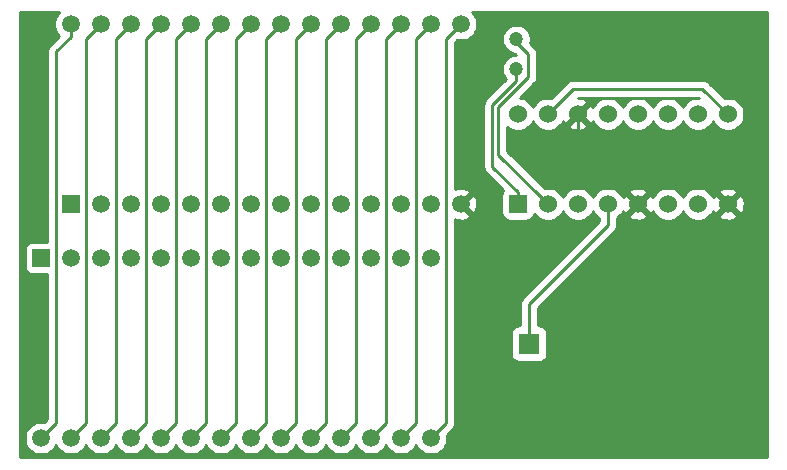
<source format=gbr>
G04 #@! TF.GenerationSoftware,KiCad,Pcbnew,(5.1.4-0-10_14)*
G04 #@! TF.CreationDate,2020-02-03T15:06:25+11:00*
G04 #@! TF.ProjectId,SmartWatch+,536d6172-7457-4617-9463-682b2e6b6963,rev?*
G04 #@! TF.SameCoordinates,Original*
G04 #@! TF.FileFunction,Copper,L2,Bot*
G04 #@! TF.FilePolarity,Positive*
%FSLAX46Y46*%
G04 Gerber Fmt 4.6, Leading zero omitted, Abs format (unit mm)*
G04 Created by KiCad (PCBNEW (5.1.4-0-10_14)) date 2020-02-03 15:06:25*
%MOMM*%
%LPD*%
G04 APERTURE LIST*
%ADD10R,1.500000X1.500000*%
%ADD11C,1.500000*%
%ADD12R,1.524000X1.524000*%
%ADD13C,1.524000*%
%ADD14C,1.200000*%
%ADD15C,1.800000*%
%ADD16R,1.800000X1.800000*%
%ADD17C,0.250000*%
%ADD18C,0.254000*%
G04 APERTURE END LIST*
D10*
X24130000Y-43434000D03*
D11*
X26670000Y-43434000D03*
X29210000Y-43434000D03*
X31750000Y-43434000D03*
X34290000Y-43434000D03*
X36830000Y-43434000D03*
X39370000Y-43434000D03*
X41910000Y-43434000D03*
X44450000Y-43434000D03*
X46990000Y-43434000D03*
X49530000Y-43434000D03*
X52070000Y-43434000D03*
X54610000Y-43434000D03*
X57150000Y-43434000D03*
X57150000Y-58674000D03*
X54610000Y-58674000D03*
X52070000Y-58674000D03*
X49530000Y-58674000D03*
X46990000Y-58674000D03*
X44450000Y-58674000D03*
X41910000Y-58674000D03*
X39370000Y-58674000D03*
X36830000Y-58674000D03*
X34290000Y-58674000D03*
X31750000Y-58674000D03*
X29210000Y-58674000D03*
X26670000Y-58674000D03*
X24130000Y-58674000D03*
D10*
X26657300Y-38862000D03*
D11*
X29197300Y-38862000D03*
X31737300Y-38862000D03*
X34277300Y-38862000D03*
X36817300Y-38862000D03*
X39357300Y-38862000D03*
X41897300Y-38862000D03*
X44437300Y-38862000D03*
X46977300Y-38862000D03*
X49517300Y-38862000D03*
X52057300Y-38862000D03*
X54597300Y-38862000D03*
X57137300Y-38862000D03*
X59677300Y-38862000D03*
X59677300Y-23622000D03*
X57137300Y-23622000D03*
X54597300Y-23622000D03*
X52057300Y-23622000D03*
X49517300Y-23622000D03*
X46977300Y-23622000D03*
X44437300Y-23622000D03*
X41897300Y-23622000D03*
X39357300Y-23622000D03*
X36817300Y-23622000D03*
X34277300Y-23622000D03*
X31737300Y-23622000D03*
X29197300Y-23622000D03*
X26657300Y-23622000D03*
D12*
X64516000Y-38862000D03*
D13*
X67056000Y-38862000D03*
X69596000Y-38862000D03*
X72136000Y-38862000D03*
X74676000Y-38862000D03*
X77216000Y-38862000D03*
X79756000Y-38862000D03*
X82296000Y-38862000D03*
X82296000Y-31242000D03*
X79756000Y-31242000D03*
X77216000Y-31242000D03*
X74676000Y-31242000D03*
X72136000Y-31242000D03*
X69596000Y-31242000D03*
X67056000Y-31242000D03*
X64516000Y-31242000D03*
D14*
X64389000Y-27432000D03*
X64389000Y-24892000D03*
D15*
X82117000Y-50673000D03*
D16*
X65457000Y-50673000D03*
D17*
X62357000Y-30480000D02*
X62357000Y-35691000D01*
X64516000Y-37850000D02*
X64516000Y-38862000D01*
X62357000Y-35691000D02*
X64516000Y-37850000D01*
X64389000Y-28448000D02*
X62357000Y-30480000D01*
X64389000Y-27715408D02*
X64389000Y-28448000D01*
X64247296Y-27573704D02*
X64389000Y-27715408D01*
X67056000Y-38862000D02*
X65968999Y-37774999D01*
X62865000Y-34671000D02*
X67056000Y-38862000D01*
X65405000Y-28068410D02*
X62865000Y-30608410D01*
X65405000Y-26162000D02*
X65405000Y-28068410D01*
X64389000Y-25146000D02*
X65405000Y-26162000D01*
X62865000Y-30608410D02*
X62865000Y-34671000D01*
X64389000Y-24892000D02*
X64389000Y-25146000D01*
X69596000Y-33782000D02*
X74676000Y-38862000D01*
X69596000Y-31242000D02*
X69596000Y-33782000D01*
X72136000Y-40640000D02*
X72136000Y-38862000D01*
X65457000Y-47319000D02*
X72136000Y-40640000D01*
X65457000Y-50673000D02*
X65457000Y-47319000D01*
X68508999Y-29789001D02*
X67056000Y-31242000D01*
X69215000Y-29083000D02*
X68508999Y-29789001D01*
X80137000Y-29083000D02*
X69215000Y-29083000D01*
X82296000Y-31242000D02*
X80137000Y-29083000D01*
X57899999Y-57924001D02*
X57150000Y-58674000D01*
X58420000Y-57404000D02*
X57899999Y-57924001D01*
X58420000Y-24879300D02*
X58420000Y-57404000D01*
X59677300Y-23622000D02*
X58420000Y-24879300D01*
X55359999Y-57924001D02*
X54610000Y-58674000D01*
X55880000Y-57404000D02*
X55359999Y-57924001D01*
X55880000Y-24879300D02*
X55880000Y-57404000D01*
X57137300Y-23622000D02*
X55880000Y-24879300D01*
X52819999Y-57924001D02*
X52070000Y-58674000D01*
X53340000Y-57404000D02*
X52819999Y-57924001D01*
X53340000Y-24879300D02*
X53340000Y-57404000D01*
X54597300Y-23622000D02*
X53340000Y-24879300D01*
X50279999Y-57924001D02*
X49530000Y-58674000D01*
X50800000Y-24879300D02*
X50800000Y-57404000D01*
X50800000Y-57404000D02*
X50279999Y-57924001D01*
X52057300Y-23622000D02*
X50800000Y-24879300D01*
X47739999Y-57924001D02*
X46990000Y-58674000D01*
X48260000Y-57404000D02*
X47739999Y-57924001D01*
X48260000Y-24879300D02*
X48260000Y-57404000D01*
X49517300Y-23622000D02*
X48260000Y-24879300D01*
X45199999Y-57924001D02*
X44450000Y-58674000D01*
X45720000Y-57404000D02*
X45199999Y-57924001D01*
X45720000Y-24879300D02*
X45720000Y-57404000D01*
X46977300Y-23622000D02*
X45720000Y-24879300D01*
X43180000Y-57404000D02*
X42659999Y-57924001D01*
X42659999Y-57924001D02*
X41910000Y-58674000D01*
X43180000Y-24879300D02*
X43180000Y-57404000D01*
X44437300Y-23622000D02*
X43180000Y-24879300D01*
X40119999Y-57924001D02*
X39370000Y-58674000D01*
X40640000Y-57404000D02*
X40119999Y-57924001D01*
X40640000Y-24879300D02*
X40640000Y-57404000D01*
X41897300Y-23622000D02*
X40640000Y-24879300D01*
X37579999Y-57924001D02*
X36830000Y-58674000D01*
X38100000Y-57404000D02*
X37579999Y-57924001D01*
X38100000Y-24879300D02*
X38100000Y-57404000D01*
X39357300Y-23622000D02*
X38100000Y-24879300D01*
X35039999Y-57924001D02*
X34290000Y-58674000D01*
X35560000Y-57404000D02*
X35039999Y-57924001D01*
X35560000Y-24879300D02*
X35560000Y-57404000D01*
X36817300Y-23622000D02*
X35560000Y-24879300D01*
X33020000Y-24879300D02*
X33020000Y-57404000D01*
X32499999Y-57924001D02*
X31750000Y-58674000D01*
X33020000Y-57404000D02*
X32499999Y-57924001D01*
X34277300Y-23622000D02*
X33020000Y-24879300D01*
X29959999Y-57924001D02*
X29210000Y-58674000D01*
X30480000Y-24879300D02*
X30480000Y-57404000D01*
X30480000Y-57404000D02*
X29959999Y-57924001D01*
X31737300Y-23622000D02*
X30480000Y-24879300D01*
X27419999Y-57924001D02*
X26670000Y-58674000D01*
X27940000Y-57404000D02*
X27419999Y-57924001D01*
X27940000Y-24879300D02*
X27940000Y-57404000D01*
X29197300Y-23622000D02*
X27940000Y-24879300D01*
X24879999Y-57924001D02*
X24130000Y-58674000D01*
X25400000Y-25939960D02*
X25400000Y-57404000D01*
X26657300Y-24682660D02*
X25400000Y-25939960D01*
X25400000Y-57404000D02*
X24879999Y-57924001D01*
X26657300Y-23622000D02*
X26657300Y-24682660D01*
D18*
G36*
X25581501Y-22739114D02*
G01*
X25429929Y-22965957D01*
X25325525Y-23218011D01*
X25272300Y-23485589D01*
X25272300Y-23758411D01*
X25325525Y-24025989D01*
X25429929Y-24278043D01*
X25581501Y-24504886D01*
X25670887Y-24594272D01*
X24889003Y-25376156D01*
X24859999Y-25399959D01*
X24821938Y-25446337D01*
X24765026Y-25515684D01*
X24758964Y-25527026D01*
X24694454Y-25647714D01*
X24650997Y-25790975D01*
X24640000Y-25902628D01*
X24640000Y-25902638D01*
X24636324Y-25939960D01*
X24640000Y-25977282D01*
X24640001Y-42045928D01*
X23380000Y-42045928D01*
X23255518Y-42058188D01*
X23135820Y-42094498D01*
X23025506Y-42153463D01*
X22928815Y-42232815D01*
X22849463Y-42329506D01*
X22790498Y-42439820D01*
X22754188Y-42559518D01*
X22741928Y-42684000D01*
X22741928Y-44184000D01*
X22754188Y-44308482D01*
X22790498Y-44428180D01*
X22849463Y-44538494D01*
X22928815Y-44635185D01*
X23025506Y-44714537D01*
X23135820Y-44773502D01*
X23255518Y-44809812D01*
X23380000Y-44822072D01*
X24640001Y-44822072D01*
X24640001Y-57089197D01*
X24411365Y-57317833D01*
X24266411Y-57289000D01*
X23993589Y-57289000D01*
X23726011Y-57342225D01*
X23473957Y-57446629D01*
X23247114Y-57598201D01*
X23054201Y-57791114D01*
X22902629Y-58017957D01*
X22798225Y-58270011D01*
X22745000Y-58537589D01*
X22745000Y-58810411D01*
X22798225Y-59077989D01*
X22902629Y-59330043D01*
X23054201Y-59556886D01*
X23247114Y-59749799D01*
X23473957Y-59901371D01*
X23726011Y-60005775D01*
X23993589Y-60059000D01*
X24266411Y-60059000D01*
X24533989Y-60005775D01*
X24786043Y-59901371D01*
X25012886Y-59749799D01*
X25205799Y-59556886D01*
X25357371Y-59330043D01*
X25400000Y-59227127D01*
X25442629Y-59330043D01*
X25594201Y-59556886D01*
X25787114Y-59749799D01*
X26013957Y-59901371D01*
X26266011Y-60005775D01*
X26533589Y-60059000D01*
X26806411Y-60059000D01*
X27073989Y-60005775D01*
X27326043Y-59901371D01*
X27552886Y-59749799D01*
X27745799Y-59556886D01*
X27897371Y-59330043D01*
X27940000Y-59227127D01*
X27982629Y-59330043D01*
X28134201Y-59556886D01*
X28327114Y-59749799D01*
X28553957Y-59901371D01*
X28806011Y-60005775D01*
X29073589Y-60059000D01*
X29346411Y-60059000D01*
X29613989Y-60005775D01*
X29866043Y-59901371D01*
X30092886Y-59749799D01*
X30285799Y-59556886D01*
X30437371Y-59330043D01*
X30480000Y-59227127D01*
X30522629Y-59330043D01*
X30674201Y-59556886D01*
X30867114Y-59749799D01*
X31093957Y-59901371D01*
X31346011Y-60005775D01*
X31613589Y-60059000D01*
X31886411Y-60059000D01*
X32153989Y-60005775D01*
X32406043Y-59901371D01*
X32632886Y-59749799D01*
X32825799Y-59556886D01*
X32977371Y-59330043D01*
X33020000Y-59227127D01*
X33062629Y-59330043D01*
X33214201Y-59556886D01*
X33407114Y-59749799D01*
X33633957Y-59901371D01*
X33886011Y-60005775D01*
X34153589Y-60059000D01*
X34426411Y-60059000D01*
X34693989Y-60005775D01*
X34946043Y-59901371D01*
X35172886Y-59749799D01*
X35365799Y-59556886D01*
X35517371Y-59330043D01*
X35560000Y-59227127D01*
X35602629Y-59330043D01*
X35754201Y-59556886D01*
X35947114Y-59749799D01*
X36173957Y-59901371D01*
X36426011Y-60005775D01*
X36693589Y-60059000D01*
X36966411Y-60059000D01*
X37233989Y-60005775D01*
X37486043Y-59901371D01*
X37712886Y-59749799D01*
X37905799Y-59556886D01*
X38057371Y-59330043D01*
X38100000Y-59227127D01*
X38142629Y-59330043D01*
X38294201Y-59556886D01*
X38487114Y-59749799D01*
X38713957Y-59901371D01*
X38966011Y-60005775D01*
X39233589Y-60059000D01*
X39506411Y-60059000D01*
X39773989Y-60005775D01*
X40026043Y-59901371D01*
X40252886Y-59749799D01*
X40445799Y-59556886D01*
X40597371Y-59330043D01*
X40640000Y-59227127D01*
X40682629Y-59330043D01*
X40834201Y-59556886D01*
X41027114Y-59749799D01*
X41253957Y-59901371D01*
X41506011Y-60005775D01*
X41773589Y-60059000D01*
X42046411Y-60059000D01*
X42313989Y-60005775D01*
X42566043Y-59901371D01*
X42792886Y-59749799D01*
X42985799Y-59556886D01*
X43137371Y-59330043D01*
X43180000Y-59227127D01*
X43222629Y-59330043D01*
X43374201Y-59556886D01*
X43567114Y-59749799D01*
X43793957Y-59901371D01*
X44046011Y-60005775D01*
X44313589Y-60059000D01*
X44586411Y-60059000D01*
X44853989Y-60005775D01*
X45106043Y-59901371D01*
X45332886Y-59749799D01*
X45525799Y-59556886D01*
X45677371Y-59330043D01*
X45720000Y-59227127D01*
X45762629Y-59330043D01*
X45914201Y-59556886D01*
X46107114Y-59749799D01*
X46333957Y-59901371D01*
X46586011Y-60005775D01*
X46853589Y-60059000D01*
X47126411Y-60059000D01*
X47393989Y-60005775D01*
X47646043Y-59901371D01*
X47872886Y-59749799D01*
X48065799Y-59556886D01*
X48217371Y-59330043D01*
X48260000Y-59227127D01*
X48302629Y-59330043D01*
X48454201Y-59556886D01*
X48647114Y-59749799D01*
X48873957Y-59901371D01*
X49126011Y-60005775D01*
X49393589Y-60059000D01*
X49666411Y-60059000D01*
X49933989Y-60005775D01*
X50186043Y-59901371D01*
X50412886Y-59749799D01*
X50605799Y-59556886D01*
X50757371Y-59330043D01*
X50800000Y-59227127D01*
X50842629Y-59330043D01*
X50994201Y-59556886D01*
X51187114Y-59749799D01*
X51413957Y-59901371D01*
X51666011Y-60005775D01*
X51933589Y-60059000D01*
X52206411Y-60059000D01*
X52473989Y-60005775D01*
X52726043Y-59901371D01*
X52952886Y-59749799D01*
X53145799Y-59556886D01*
X53297371Y-59330043D01*
X53340000Y-59227127D01*
X53382629Y-59330043D01*
X53534201Y-59556886D01*
X53727114Y-59749799D01*
X53953957Y-59901371D01*
X54206011Y-60005775D01*
X54473589Y-60059000D01*
X54746411Y-60059000D01*
X55013989Y-60005775D01*
X55266043Y-59901371D01*
X55492886Y-59749799D01*
X55685799Y-59556886D01*
X55837371Y-59330043D01*
X55880000Y-59227127D01*
X55922629Y-59330043D01*
X56074201Y-59556886D01*
X56267114Y-59749799D01*
X56493957Y-59901371D01*
X56746011Y-60005775D01*
X57013589Y-60059000D01*
X57286411Y-60059000D01*
X57553989Y-60005775D01*
X57806043Y-59901371D01*
X58032886Y-59749799D01*
X58225799Y-59556886D01*
X58377371Y-59330043D01*
X58481775Y-59077989D01*
X58535000Y-58810411D01*
X58535000Y-58537589D01*
X58506167Y-58392635D01*
X58931007Y-57967795D01*
X58960001Y-57944001D01*
X58983795Y-57915008D01*
X58983799Y-57915004D01*
X59054973Y-57828277D01*
X59054974Y-57828276D01*
X59125546Y-57696247D01*
X59169003Y-57552986D01*
X59180000Y-57441333D01*
X59180000Y-57441324D01*
X59183676Y-57404001D01*
X59180000Y-57366678D01*
X59180000Y-40158548D01*
X59212416Y-40173760D01*
X59477260Y-40239250D01*
X59749792Y-40251812D01*
X60019538Y-40210965D01*
X60276132Y-40118277D01*
X60389163Y-40057860D01*
X60454688Y-39818993D01*
X59677300Y-39041605D01*
X59663158Y-39055748D01*
X59483553Y-38876143D01*
X59497695Y-38862000D01*
X59856905Y-38862000D01*
X60634293Y-39639388D01*
X60873160Y-39573863D01*
X60989060Y-39326884D01*
X61054550Y-39062040D01*
X61067112Y-38789508D01*
X61026265Y-38519762D01*
X60933577Y-38263168D01*
X60873160Y-38150137D01*
X60634293Y-38084612D01*
X59856905Y-38862000D01*
X59497695Y-38862000D01*
X59483553Y-38847858D01*
X59663158Y-38668253D01*
X59677300Y-38682395D01*
X60454688Y-37905007D01*
X60389163Y-37666140D01*
X60142184Y-37550240D01*
X59877340Y-37484750D01*
X59604808Y-37472188D01*
X59335062Y-37513035D01*
X59180000Y-37569047D01*
X59180000Y-30480000D01*
X61593324Y-30480000D01*
X61597000Y-30517323D01*
X61597001Y-35653668D01*
X61593324Y-35691000D01*
X61607998Y-35839985D01*
X61651454Y-35983246D01*
X61722026Y-36115276D01*
X61793201Y-36202002D01*
X61817000Y-36231001D01*
X61845998Y-36254799D01*
X63274507Y-37683309D01*
X63223463Y-37745506D01*
X63164498Y-37855820D01*
X63128188Y-37975518D01*
X63115928Y-38100000D01*
X63115928Y-39624000D01*
X63128188Y-39748482D01*
X63164498Y-39868180D01*
X63223463Y-39978494D01*
X63302815Y-40075185D01*
X63399506Y-40154537D01*
X63509820Y-40213502D01*
X63629518Y-40249812D01*
X63754000Y-40262072D01*
X65278000Y-40262072D01*
X65402482Y-40249812D01*
X65522180Y-40213502D01*
X65632494Y-40154537D01*
X65729185Y-40075185D01*
X65808537Y-39978494D01*
X65867502Y-39868180D01*
X65903812Y-39748482D01*
X65912080Y-39664535D01*
X65970880Y-39752535D01*
X66165465Y-39947120D01*
X66394273Y-40100005D01*
X66648510Y-40205314D01*
X66918408Y-40259000D01*
X67193592Y-40259000D01*
X67463490Y-40205314D01*
X67717727Y-40100005D01*
X67946535Y-39947120D01*
X68141120Y-39752535D01*
X68294005Y-39523727D01*
X68326000Y-39446485D01*
X68357995Y-39523727D01*
X68510880Y-39752535D01*
X68705465Y-39947120D01*
X68934273Y-40100005D01*
X69188510Y-40205314D01*
X69458408Y-40259000D01*
X69733592Y-40259000D01*
X70003490Y-40205314D01*
X70257727Y-40100005D01*
X70486535Y-39947120D01*
X70681120Y-39752535D01*
X70834005Y-39523727D01*
X70866000Y-39446485D01*
X70897995Y-39523727D01*
X71050880Y-39752535D01*
X71245465Y-39947120D01*
X71376000Y-40034341D01*
X71376000Y-40325197D01*
X64945998Y-46755201D01*
X64917000Y-46778999D01*
X64893202Y-46807997D01*
X64893201Y-46807998D01*
X64822026Y-46894724D01*
X64751454Y-47026754D01*
X64707998Y-47170015D01*
X64693324Y-47319000D01*
X64697001Y-47356332D01*
X64697000Y-49134928D01*
X64557000Y-49134928D01*
X64432518Y-49147188D01*
X64312820Y-49183498D01*
X64202506Y-49242463D01*
X64105815Y-49321815D01*
X64026463Y-49418506D01*
X63967498Y-49528820D01*
X63931188Y-49648518D01*
X63918928Y-49773000D01*
X63918928Y-51573000D01*
X63931188Y-51697482D01*
X63967498Y-51817180D01*
X64026463Y-51927494D01*
X64105815Y-52024185D01*
X64202506Y-52103537D01*
X64312820Y-52162502D01*
X64432518Y-52198812D01*
X64557000Y-52211072D01*
X66357000Y-52211072D01*
X66481482Y-52198812D01*
X66601180Y-52162502D01*
X66711494Y-52103537D01*
X66808185Y-52024185D01*
X66887537Y-51927494D01*
X66946502Y-51817180D01*
X66982812Y-51697482D01*
X66995072Y-51573000D01*
X66995072Y-49773000D01*
X66982812Y-49648518D01*
X66946502Y-49528820D01*
X66887537Y-49418506D01*
X66808185Y-49321815D01*
X66711494Y-49242463D01*
X66601180Y-49183498D01*
X66481482Y-49147188D01*
X66357000Y-49134928D01*
X66217000Y-49134928D01*
X66217000Y-47633801D01*
X72647009Y-41203794D01*
X72676001Y-41180001D01*
X72699795Y-41151008D01*
X72699799Y-41151004D01*
X72770973Y-41064277D01*
X72770974Y-41064276D01*
X72841546Y-40932247D01*
X72885003Y-40788986D01*
X72896000Y-40677333D01*
X72896000Y-40677324D01*
X72899676Y-40640001D01*
X72896000Y-40602678D01*
X72896000Y-40034341D01*
X73026535Y-39947120D01*
X73146090Y-39827565D01*
X73890040Y-39827565D01*
X73957020Y-40067656D01*
X74206048Y-40184756D01*
X74473135Y-40251023D01*
X74748017Y-40263910D01*
X75020133Y-40222922D01*
X75279023Y-40129636D01*
X75394980Y-40067656D01*
X75461960Y-39827565D01*
X74676000Y-39041605D01*
X73890040Y-39827565D01*
X73146090Y-39827565D01*
X73221120Y-39752535D01*
X73374005Y-39523727D01*
X73403692Y-39452057D01*
X73408364Y-39465023D01*
X73470344Y-39580980D01*
X73710435Y-39647960D01*
X74496395Y-38862000D01*
X74855605Y-38862000D01*
X75641565Y-39647960D01*
X75881656Y-39580980D01*
X75945485Y-39445240D01*
X75977995Y-39523727D01*
X76130880Y-39752535D01*
X76325465Y-39947120D01*
X76554273Y-40100005D01*
X76808510Y-40205314D01*
X77078408Y-40259000D01*
X77353592Y-40259000D01*
X77623490Y-40205314D01*
X77877727Y-40100005D01*
X78106535Y-39947120D01*
X78301120Y-39752535D01*
X78454005Y-39523727D01*
X78486000Y-39446485D01*
X78517995Y-39523727D01*
X78670880Y-39752535D01*
X78865465Y-39947120D01*
X79094273Y-40100005D01*
X79348510Y-40205314D01*
X79618408Y-40259000D01*
X79893592Y-40259000D01*
X80163490Y-40205314D01*
X80417727Y-40100005D01*
X80646535Y-39947120D01*
X80766090Y-39827565D01*
X81510040Y-39827565D01*
X81577020Y-40067656D01*
X81826048Y-40184756D01*
X82093135Y-40251023D01*
X82368017Y-40263910D01*
X82640133Y-40222922D01*
X82899023Y-40129636D01*
X83014980Y-40067656D01*
X83081960Y-39827565D01*
X82296000Y-39041605D01*
X81510040Y-39827565D01*
X80766090Y-39827565D01*
X80841120Y-39752535D01*
X80994005Y-39523727D01*
X81023692Y-39452057D01*
X81028364Y-39465023D01*
X81090344Y-39580980D01*
X81330435Y-39647960D01*
X82116395Y-38862000D01*
X82475605Y-38862000D01*
X83261565Y-39647960D01*
X83501656Y-39580980D01*
X83618756Y-39331952D01*
X83685023Y-39064865D01*
X83697910Y-38789983D01*
X83656922Y-38517867D01*
X83563636Y-38258977D01*
X83501656Y-38143020D01*
X83261565Y-38076040D01*
X82475605Y-38862000D01*
X82116395Y-38862000D01*
X81330435Y-38076040D01*
X81090344Y-38143020D01*
X81026515Y-38278760D01*
X80994005Y-38200273D01*
X80841120Y-37971465D01*
X80766090Y-37896435D01*
X81510040Y-37896435D01*
X82296000Y-38682395D01*
X83081960Y-37896435D01*
X83014980Y-37656344D01*
X82765952Y-37539244D01*
X82498865Y-37472977D01*
X82223983Y-37460090D01*
X81951867Y-37501078D01*
X81692977Y-37594364D01*
X81577020Y-37656344D01*
X81510040Y-37896435D01*
X80766090Y-37896435D01*
X80646535Y-37776880D01*
X80417727Y-37623995D01*
X80163490Y-37518686D01*
X79893592Y-37465000D01*
X79618408Y-37465000D01*
X79348510Y-37518686D01*
X79094273Y-37623995D01*
X78865465Y-37776880D01*
X78670880Y-37971465D01*
X78517995Y-38200273D01*
X78486000Y-38277515D01*
X78454005Y-38200273D01*
X78301120Y-37971465D01*
X78106535Y-37776880D01*
X77877727Y-37623995D01*
X77623490Y-37518686D01*
X77353592Y-37465000D01*
X77078408Y-37465000D01*
X76808510Y-37518686D01*
X76554273Y-37623995D01*
X76325465Y-37776880D01*
X76130880Y-37971465D01*
X75977995Y-38200273D01*
X75948308Y-38271943D01*
X75943636Y-38258977D01*
X75881656Y-38143020D01*
X75641565Y-38076040D01*
X74855605Y-38862000D01*
X74496395Y-38862000D01*
X73710435Y-38076040D01*
X73470344Y-38143020D01*
X73406515Y-38278760D01*
X73374005Y-38200273D01*
X73221120Y-37971465D01*
X73146090Y-37896435D01*
X73890040Y-37896435D01*
X74676000Y-38682395D01*
X75461960Y-37896435D01*
X75394980Y-37656344D01*
X75145952Y-37539244D01*
X74878865Y-37472977D01*
X74603983Y-37460090D01*
X74331867Y-37501078D01*
X74072977Y-37594364D01*
X73957020Y-37656344D01*
X73890040Y-37896435D01*
X73146090Y-37896435D01*
X73026535Y-37776880D01*
X72797727Y-37623995D01*
X72543490Y-37518686D01*
X72273592Y-37465000D01*
X71998408Y-37465000D01*
X71728510Y-37518686D01*
X71474273Y-37623995D01*
X71245465Y-37776880D01*
X71050880Y-37971465D01*
X70897995Y-38200273D01*
X70866000Y-38277515D01*
X70834005Y-38200273D01*
X70681120Y-37971465D01*
X70486535Y-37776880D01*
X70257727Y-37623995D01*
X70003490Y-37518686D01*
X69733592Y-37465000D01*
X69458408Y-37465000D01*
X69188510Y-37518686D01*
X68934273Y-37623995D01*
X68705465Y-37776880D01*
X68510880Y-37971465D01*
X68357995Y-38200273D01*
X68326000Y-38277515D01*
X68294005Y-38200273D01*
X68141120Y-37971465D01*
X67946535Y-37776880D01*
X67717727Y-37623995D01*
X67463490Y-37518686D01*
X67193592Y-37465000D01*
X66918408Y-37465000D01*
X66764430Y-37495628D01*
X63625000Y-34356199D01*
X63625000Y-32326655D01*
X63625465Y-32327120D01*
X63854273Y-32480005D01*
X64108510Y-32585314D01*
X64378408Y-32639000D01*
X64653592Y-32639000D01*
X64923490Y-32585314D01*
X65177727Y-32480005D01*
X65406535Y-32327120D01*
X65601120Y-32132535D01*
X65754005Y-31903727D01*
X65786000Y-31826485D01*
X65817995Y-31903727D01*
X65970880Y-32132535D01*
X66165465Y-32327120D01*
X66394273Y-32480005D01*
X66648510Y-32585314D01*
X66918408Y-32639000D01*
X67193592Y-32639000D01*
X67463490Y-32585314D01*
X67717727Y-32480005D01*
X67946535Y-32327120D01*
X68066090Y-32207565D01*
X68810040Y-32207565D01*
X68877020Y-32447656D01*
X69126048Y-32564756D01*
X69393135Y-32631023D01*
X69668017Y-32643910D01*
X69940133Y-32602922D01*
X70199023Y-32509636D01*
X70314980Y-32447656D01*
X70381960Y-32207565D01*
X69596000Y-31421605D01*
X68810040Y-32207565D01*
X68066090Y-32207565D01*
X68141120Y-32132535D01*
X68294005Y-31903727D01*
X68323692Y-31832057D01*
X68328364Y-31845023D01*
X68390344Y-31960980D01*
X68630435Y-32027960D01*
X69416395Y-31242000D01*
X69402253Y-31227858D01*
X69581858Y-31048253D01*
X69596000Y-31062395D01*
X70381960Y-30276435D01*
X70314980Y-30036344D01*
X70065952Y-29919244D01*
X69798865Y-29852977D01*
X69586054Y-29843000D01*
X79822199Y-29843000D01*
X79824199Y-29845000D01*
X79618408Y-29845000D01*
X79348510Y-29898686D01*
X79094273Y-30003995D01*
X78865465Y-30156880D01*
X78670880Y-30351465D01*
X78517995Y-30580273D01*
X78486000Y-30657515D01*
X78454005Y-30580273D01*
X78301120Y-30351465D01*
X78106535Y-30156880D01*
X77877727Y-30003995D01*
X77623490Y-29898686D01*
X77353592Y-29845000D01*
X77078408Y-29845000D01*
X76808510Y-29898686D01*
X76554273Y-30003995D01*
X76325465Y-30156880D01*
X76130880Y-30351465D01*
X75977995Y-30580273D01*
X75946000Y-30657515D01*
X75914005Y-30580273D01*
X75761120Y-30351465D01*
X75566535Y-30156880D01*
X75337727Y-30003995D01*
X75083490Y-29898686D01*
X74813592Y-29845000D01*
X74538408Y-29845000D01*
X74268510Y-29898686D01*
X74014273Y-30003995D01*
X73785465Y-30156880D01*
X73590880Y-30351465D01*
X73437995Y-30580273D01*
X73406000Y-30657515D01*
X73374005Y-30580273D01*
X73221120Y-30351465D01*
X73026535Y-30156880D01*
X72797727Y-30003995D01*
X72543490Y-29898686D01*
X72273592Y-29845000D01*
X71998408Y-29845000D01*
X71728510Y-29898686D01*
X71474273Y-30003995D01*
X71245465Y-30156880D01*
X71050880Y-30351465D01*
X70897995Y-30580273D01*
X70868308Y-30651943D01*
X70863636Y-30638977D01*
X70801656Y-30523020D01*
X70561565Y-30456040D01*
X69775605Y-31242000D01*
X70561565Y-32027960D01*
X70801656Y-31960980D01*
X70865485Y-31825240D01*
X70897995Y-31903727D01*
X71050880Y-32132535D01*
X71245465Y-32327120D01*
X71474273Y-32480005D01*
X71728510Y-32585314D01*
X71998408Y-32639000D01*
X72273592Y-32639000D01*
X72543490Y-32585314D01*
X72797727Y-32480005D01*
X73026535Y-32327120D01*
X73221120Y-32132535D01*
X73374005Y-31903727D01*
X73406000Y-31826485D01*
X73437995Y-31903727D01*
X73590880Y-32132535D01*
X73785465Y-32327120D01*
X74014273Y-32480005D01*
X74268510Y-32585314D01*
X74538408Y-32639000D01*
X74813592Y-32639000D01*
X75083490Y-32585314D01*
X75337727Y-32480005D01*
X75566535Y-32327120D01*
X75761120Y-32132535D01*
X75914005Y-31903727D01*
X75946000Y-31826485D01*
X75977995Y-31903727D01*
X76130880Y-32132535D01*
X76325465Y-32327120D01*
X76554273Y-32480005D01*
X76808510Y-32585314D01*
X77078408Y-32639000D01*
X77353592Y-32639000D01*
X77623490Y-32585314D01*
X77877727Y-32480005D01*
X78106535Y-32327120D01*
X78301120Y-32132535D01*
X78454005Y-31903727D01*
X78486000Y-31826485D01*
X78517995Y-31903727D01*
X78670880Y-32132535D01*
X78865465Y-32327120D01*
X79094273Y-32480005D01*
X79348510Y-32585314D01*
X79618408Y-32639000D01*
X79893592Y-32639000D01*
X80163490Y-32585314D01*
X80417727Y-32480005D01*
X80646535Y-32327120D01*
X80841120Y-32132535D01*
X80994005Y-31903727D01*
X81026000Y-31826485D01*
X81057995Y-31903727D01*
X81210880Y-32132535D01*
X81405465Y-32327120D01*
X81634273Y-32480005D01*
X81888510Y-32585314D01*
X82158408Y-32639000D01*
X82433592Y-32639000D01*
X82703490Y-32585314D01*
X82957727Y-32480005D01*
X83186535Y-32327120D01*
X83381120Y-32132535D01*
X83534005Y-31903727D01*
X83639314Y-31649490D01*
X83693000Y-31379592D01*
X83693000Y-31104408D01*
X83639314Y-30834510D01*
X83534005Y-30580273D01*
X83381120Y-30351465D01*
X83186535Y-30156880D01*
X82957727Y-30003995D01*
X82703490Y-29898686D01*
X82433592Y-29845000D01*
X82158408Y-29845000D01*
X82004430Y-29875628D01*
X80700804Y-28572003D01*
X80677001Y-28542999D01*
X80561276Y-28448026D01*
X80429247Y-28377454D01*
X80285986Y-28333997D01*
X80174333Y-28323000D01*
X80174322Y-28323000D01*
X80137000Y-28319324D01*
X80099678Y-28323000D01*
X69252322Y-28323000D01*
X69214999Y-28319324D01*
X69177676Y-28323000D01*
X69177667Y-28323000D01*
X69066014Y-28333997D01*
X68922753Y-28377454D01*
X68790724Y-28448026D01*
X68674999Y-28542999D01*
X68651201Y-28571998D01*
X67998001Y-29225198D01*
X67997996Y-29225202D01*
X67347570Y-29875628D01*
X67193592Y-29845000D01*
X66918408Y-29845000D01*
X66648510Y-29898686D01*
X66394273Y-30003995D01*
X66165465Y-30156880D01*
X65970880Y-30351465D01*
X65817995Y-30580273D01*
X65786000Y-30657515D01*
X65754005Y-30580273D01*
X65601120Y-30351465D01*
X65406535Y-30156880D01*
X65177727Y-30003995D01*
X64923490Y-29898686D01*
X64694980Y-29853232D01*
X65916008Y-28632205D01*
X65945001Y-28608411D01*
X65968795Y-28579418D01*
X65968799Y-28579414D01*
X66039973Y-28492687D01*
X66043904Y-28485333D01*
X66110546Y-28360657D01*
X66154003Y-28217396D01*
X66165000Y-28105743D01*
X66165000Y-28105734D01*
X66168676Y-28068411D01*
X66165000Y-28031088D01*
X66165000Y-26199322D01*
X66168676Y-26162000D01*
X66165000Y-26124677D01*
X66165000Y-26124667D01*
X66154003Y-26013014D01*
X66110546Y-25869753D01*
X66039975Y-25737725D01*
X66039974Y-25737723D01*
X65968799Y-25650997D01*
X65945001Y-25621999D01*
X65916004Y-25598202D01*
X65574636Y-25256834D01*
X65576540Y-25252236D01*
X65624000Y-25013637D01*
X65624000Y-24770363D01*
X65576540Y-24531764D01*
X65483443Y-24307008D01*
X65348287Y-24104733D01*
X65176267Y-23932713D01*
X64973992Y-23797557D01*
X64749236Y-23704460D01*
X64510637Y-23657000D01*
X64267363Y-23657000D01*
X64028764Y-23704460D01*
X63804008Y-23797557D01*
X63601733Y-23932713D01*
X63429713Y-24104733D01*
X63294557Y-24307008D01*
X63201460Y-24531764D01*
X63154000Y-24770363D01*
X63154000Y-25013637D01*
X63201460Y-25252236D01*
X63294557Y-25476992D01*
X63429713Y-25679267D01*
X63601733Y-25851287D01*
X63804008Y-25986443D01*
X64028764Y-26079540D01*
X64267363Y-26127000D01*
X64295199Y-26127000D01*
X64365198Y-26197000D01*
X64267363Y-26197000D01*
X64028764Y-26244460D01*
X63804008Y-26337557D01*
X63601733Y-26472713D01*
X63429713Y-26644733D01*
X63294557Y-26847008D01*
X63201460Y-27071764D01*
X63154000Y-27310363D01*
X63154000Y-27553637D01*
X63201460Y-27792236D01*
X63294557Y-28016992D01*
X63429713Y-28219267D01*
X63486322Y-28275876D01*
X61846003Y-29916196D01*
X61816999Y-29939999D01*
X61788797Y-29974364D01*
X61722026Y-30055724D01*
X61667957Y-30156880D01*
X61651454Y-30187754D01*
X61607997Y-30331015D01*
X61597000Y-30442668D01*
X61597000Y-30442678D01*
X61593324Y-30480000D01*
X59180000Y-30480000D01*
X59180000Y-25194101D01*
X59395935Y-24978167D01*
X59540889Y-25007000D01*
X59813711Y-25007000D01*
X60081289Y-24953775D01*
X60333343Y-24849371D01*
X60560186Y-24697799D01*
X60753099Y-24504886D01*
X60904671Y-24278043D01*
X61009075Y-24025989D01*
X61062300Y-23758411D01*
X61062300Y-23485589D01*
X61009075Y-23218011D01*
X60904671Y-22965957D01*
X60753099Y-22739114D01*
X60644985Y-22631000D01*
X85573000Y-22631000D01*
X85573001Y-60300000D01*
X22377000Y-60300000D01*
X22377000Y-22631000D01*
X25689615Y-22631000D01*
X25581501Y-22739114D01*
X25581501Y-22739114D01*
G37*
X25581501Y-22739114D02*
X25429929Y-22965957D01*
X25325525Y-23218011D01*
X25272300Y-23485589D01*
X25272300Y-23758411D01*
X25325525Y-24025989D01*
X25429929Y-24278043D01*
X25581501Y-24504886D01*
X25670887Y-24594272D01*
X24889003Y-25376156D01*
X24859999Y-25399959D01*
X24821938Y-25446337D01*
X24765026Y-25515684D01*
X24758964Y-25527026D01*
X24694454Y-25647714D01*
X24650997Y-25790975D01*
X24640000Y-25902628D01*
X24640000Y-25902638D01*
X24636324Y-25939960D01*
X24640000Y-25977282D01*
X24640001Y-42045928D01*
X23380000Y-42045928D01*
X23255518Y-42058188D01*
X23135820Y-42094498D01*
X23025506Y-42153463D01*
X22928815Y-42232815D01*
X22849463Y-42329506D01*
X22790498Y-42439820D01*
X22754188Y-42559518D01*
X22741928Y-42684000D01*
X22741928Y-44184000D01*
X22754188Y-44308482D01*
X22790498Y-44428180D01*
X22849463Y-44538494D01*
X22928815Y-44635185D01*
X23025506Y-44714537D01*
X23135820Y-44773502D01*
X23255518Y-44809812D01*
X23380000Y-44822072D01*
X24640001Y-44822072D01*
X24640001Y-57089197D01*
X24411365Y-57317833D01*
X24266411Y-57289000D01*
X23993589Y-57289000D01*
X23726011Y-57342225D01*
X23473957Y-57446629D01*
X23247114Y-57598201D01*
X23054201Y-57791114D01*
X22902629Y-58017957D01*
X22798225Y-58270011D01*
X22745000Y-58537589D01*
X22745000Y-58810411D01*
X22798225Y-59077989D01*
X22902629Y-59330043D01*
X23054201Y-59556886D01*
X23247114Y-59749799D01*
X23473957Y-59901371D01*
X23726011Y-60005775D01*
X23993589Y-60059000D01*
X24266411Y-60059000D01*
X24533989Y-60005775D01*
X24786043Y-59901371D01*
X25012886Y-59749799D01*
X25205799Y-59556886D01*
X25357371Y-59330043D01*
X25400000Y-59227127D01*
X25442629Y-59330043D01*
X25594201Y-59556886D01*
X25787114Y-59749799D01*
X26013957Y-59901371D01*
X26266011Y-60005775D01*
X26533589Y-60059000D01*
X26806411Y-60059000D01*
X27073989Y-60005775D01*
X27326043Y-59901371D01*
X27552886Y-59749799D01*
X27745799Y-59556886D01*
X27897371Y-59330043D01*
X27940000Y-59227127D01*
X27982629Y-59330043D01*
X28134201Y-59556886D01*
X28327114Y-59749799D01*
X28553957Y-59901371D01*
X28806011Y-60005775D01*
X29073589Y-60059000D01*
X29346411Y-60059000D01*
X29613989Y-60005775D01*
X29866043Y-59901371D01*
X30092886Y-59749799D01*
X30285799Y-59556886D01*
X30437371Y-59330043D01*
X30480000Y-59227127D01*
X30522629Y-59330043D01*
X30674201Y-59556886D01*
X30867114Y-59749799D01*
X31093957Y-59901371D01*
X31346011Y-60005775D01*
X31613589Y-60059000D01*
X31886411Y-60059000D01*
X32153989Y-60005775D01*
X32406043Y-59901371D01*
X32632886Y-59749799D01*
X32825799Y-59556886D01*
X32977371Y-59330043D01*
X33020000Y-59227127D01*
X33062629Y-59330043D01*
X33214201Y-59556886D01*
X33407114Y-59749799D01*
X33633957Y-59901371D01*
X33886011Y-60005775D01*
X34153589Y-60059000D01*
X34426411Y-60059000D01*
X34693989Y-60005775D01*
X34946043Y-59901371D01*
X35172886Y-59749799D01*
X35365799Y-59556886D01*
X35517371Y-59330043D01*
X35560000Y-59227127D01*
X35602629Y-59330043D01*
X35754201Y-59556886D01*
X35947114Y-59749799D01*
X36173957Y-59901371D01*
X36426011Y-60005775D01*
X36693589Y-60059000D01*
X36966411Y-60059000D01*
X37233989Y-60005775D01*
X37486043Y-59901371D01*
X37712886Y-59749799D01*
X37905799Y-59556886D01*
X38057371Y-59330043D01*
X38100000Y-59227127D01*
X38142629Y-59330043D01*
X38294201Y-59556886D01*
X38487114Y-59749799D01*
X38713957Y-59901371D01*
X38966011Y-60005775D01*
X39233589Y-60059000D01*
X39506411Y-60059000D01*
X39773989Y-60005775D01*
X40026043Y-59901371D01*
X40252886Y-59749799D01*
X40445799Y-59556886D01*
X40597371Y-59330043D01*
X40640000Y-59227127D01*
X40682629Y-59330043D01*
X40834201Y-59556886D01*
X41027114Y-59749799D01*
X41253957Y-59901371D01*
X41506011Y-60005775D01*
X41773589Y-60059000D01*
X42046411Y-60059000D01*
X42313989Y-60005775D01*
X42566043Y-59901371D01*
X42792886Y-59749799D01*
X42985799Y-59556886D01*
X43137371Y-59330043D01*
X43180000Y-59227127D01*
X43222629Y-59330043D01*
X43374201Y-59556886D01*
X43567114Y-59749799D01*
X43793957Y-59901371D01*
X44046011Y-60005775D01*
X44313589Y-60059000D01*
X44586411Y-60059000D01*
X44853989Y-60005775D01*
X45106043Y-59901371D01*
X45332886Y-59749799D01*
X45525799Y-59556886D01*
X45677371Y-59330043D01*
X45720000Y-59227127D01*
X45762629Y-59330043D01*
X45914201Y-59556886D01*
X46107114Y-59749799D01*
X46333957Y-59901371D01*
X46586011Y-60005775D01*
X46853589Y-60059000D01*
X47126411Y-60059000D01*
X47393989Y-60005775D01*
X47646043Y-59901371D01*
X47872886Y-59749799D01*
X48065799Y-59556886D01*
X48217371Y-59330043D01*
X48260000Y-59227127D01*
X48302629Y-59330043D01*
X48454201Y-59556886D01*
X48647114Y-59749799D01*
X48873957Y-59901371D01*
X49126011Y-60005775D01*
X49393589Y-60059000D01*
X49666411Y-60059000D01*
X49933989Y-60005775D01*
X50186043Y-59901371D01*
X50412886Y-59749799D01*
X50605799Y-59556886D01*
X50757371Y-59330043D01*
X50800000Y-59227127D01*
X50842629Y-59330043D01*
X50994201Y-59556886D01*
X51187114Y-59749799D01*
X51413957Y-59901371D01*
X51666011Y-60005775D01*
X51933589Y-60059000D01*
X52206411Y-60059000D01*
X52473989Y-60005775D01*
X52726043Y-59901371D01*
X52952886Y-59749799D01*
X53145799Y-59556886D01*
X53297371Y-59330043D01*
X53340000Y-59227127D01*
X53382629Y-59330043D01*
X53534201Y-59556886D01*
X53727114Y-59749799D01*
X53953957Y-59901371D01*
X54206011Y-60005775D01*
X54473589Y-60059000D01*
X54746411Y-60059000D01*
X55013989Y-60005775D01*
X55266043Y-59901371D01*
X55492886Y-59749799D01*
X55685799Y-59556886D01*
X55837371Y-59330043D01*
X55880000Y-59227127D01*
X55922629Y-59330043D01*
X56074201Y-59556886D01*
X56267114Y-59749799D01*
X56493957Y-59901371D01*
X56746011Y-60005775D01*
X57013589Y-60059000D01*
X57286411Y-60059000D01*
X57553989Y-60005775D01*
X57806043Y-59901371D01*
X58032886Y-59749799D01*
X58225799Y-59556886D01*
X58377371Y-59330043D01*
X58481775Y-59077989D01*
X58535000Y-58810411D01*
X58535000Y-58537589D01*
X58506167Y-58392635D01*
X58931007Y-57967795D01*
X58960001Y-57944001D01*
X58983795Y-57915008D01*
X58983799Y-57915004D01*
X59054973Y-57828277D01*
X59054974Y-57828276D01*
X59125546Y-57696247D01*
X59169003Y-57552986D01*
X59180000Y-57441333D01*
X59180000Y-57441324D01*
X59183676Y-57404001D01*
X59180000Y-57366678D01*
X59180000Y-40158548D01*
X59212416Y-40173760D01*
X59477260Y-40239250D01*
X59749792Y-40251812D01*
X60019538Y-40210965D01*
X60276132Y-40118277D01*
X60389163Y-40057860D01*
X60454688Y-39818993D01*
X59677300Y-39041605D01*
X59663158Y-39055748D01*
X59483553Y-38876143D01*
X59497695Y-38862000D01*
X59856905Y-38862000D01*
X60634293Y-39639388D01*
X60873160Y-39573863D01*
X60989060Y-39326884D01*
X61054550Y-39062040D01*
X61067112Y-38789508D01*
X61026265Y-38519762D01*
X60933577Y-38263168D01*
X60873160Y-38150137D01*
X60634293Y-38084612D01*
X59856905Y-38862000D01*
X59497695Y-38862000D01*
X59483553Y-38847858D01*
X59663158Y-38668253D01*
X59677300Y-38682395D01*
X60454688Y-37905007D01*
X60389163Y-37666140D01*
X60142184Y-37550240D01*
X59877340Y-37484750D01*
X59604808Y-37472188D01*
X59335062Y-37513035D01*
X59180000Y-37569047D01*
X59180000Y-30480000D01*
X61593324Y-30480000D01*
X61597000Y-30517323D01*
X61597001Y-35653668D01*
X61593324Y-35691000D01*
X61607998Y-35839985D01*
X61651454Y-35983246D01*
X61722026Y-36115276D01*
X61793201Y-36202002D01*
X61817000Y-36231001D01*
X61845998Y-36254799D01*
X63274507Y-37683309D01*
X63223463Y-37745506D01*
X63164498Y-37855820D01*
X63128188Y-37975518D01*
X63115928Y-38100000D01*
X63115928Y-39624000D01*
X63128188Y-39748482D01*
X63164498Y-39868180D01*
X63223463Y-39978494D01*
X63302815Y-40075185D01*
X63399506Y-40154537D01*
X63509820Y-40213502D01*
X63629518Y-40249812D01*
X63754000Y-40262072D01*
X65278000Y-40262072D01*
X65402482Y-40249812D01*
X65522180Y-40213502D01*
X65632494Y-40154537D01*
X65729185Y-40075185D01*
X65808537Y-39978494D01*
X65867502Y-39868180D01*
X65903812Y-39748482D01*
X65912080Y-39664535D01*
X65970880Y-39752535D01*
X66165465Y-39947120D01*
X66394273Y-40100005D01*
X66648510Y-40205314D01*
X66918408Y-40259000D01*
X67193592Y-40259000D01*
X67463490Y-40205314D01*
X67717727Y-40100005D01*
X67946535Y-39947120D01*
X68141120Y-39752535D01*
X68294005Y-39523727D01*
X68326000Y-39446485D01*
X68357995Y-39523727D01*
X68510880Y-39752535D01*
X68705465Y-39947120D01*
X68934273Y-40100005D01*
X69188510Y-40205314D01*
X69458408Y-40259000D01*
X69733592Y-40259000D01*
X70003490Y-40205314D01*
X70257727Y-40100005D01*
X70486535Y-39947120D01*
X70681120Y-39752535D01*
X70834005Y-39523727D01*
X70866000Y-39446485D01*
X70897995Y-39523727D01*
X71050880Y-39752535D01*
X71245465Y-39947120D01*
X71376000Y-40034341D01*
X71376000Y-40325197D01*
X64945998Y-46755201D01*
X64917000Y-46778999D01*
X64893202Y-46807997D01*
X64893201Y-46807998D01*
X64822026Y-46894724D01*
X64751454Y-47026754D01*
X64707998Y-47170015D01*
X64693324Y-47319000D01*
X64697001Y-47356332D01*
X64697000Y-49134928D01*
X64557000Y-49134928D01*
X64432518Y-49147188D01*
X64312820Y-49183498D01*
X64202506Y-49242463D01*
X64105815Y-49321815D01*
X64026463Y-49418506D01*
X63967498Y-49528820D01*
X63931188Y-49648518D01*
X63918928Y-49773000D01*
X63918928Y-51573000D01*
X63931188Y-51697482D01*
X63967498Y-51817180D01*
X64026463Y-51927494D01*
X64105815Y-52024185D01*
X64202506Y-52103537D01*
X64312820Y-52162502D01*
X64432518Y-52198812D01*
X64557000Y-52211072D01*
X66357000Y-52211072D01*
X66481482Y-52198812D01*
X66601180Y-52162502D01*
X66711494Y-52103537D01*
X66808185Y-52024185D01*
X66887537Y-51927494D01*
X66946502Y-51817180D01*
X66982812Y-51697482D01*
X66995072Y-51573000D01*
X66995072Y-49773000D01*
X66982812Y-49648518D01*
X66946502Y-49528820D01*
X66887537Y-49418506D01*
X66808185Y-49321815D01*
X66711494Y-49242463D01*
X66601180Y-49183498D01*
X66481482Y-49147188D01*
X66357000Y-49134928D01*
X66217000Y-49134928D01*
X66217000Y-47633801D01*
X72647009Y-41203794D01*
X72676001Y-41180001D01*
X72699795Y-41151008D01*
X72699799Y-41151004D01*
X72770973Y-41064277D01*
X72770974Y-41064276D01*
X72841546Y-40932247D01*
X72885003Y-40788986D01*
X72896000Y-40677333D01*
X72896000Y-40677324D01*
X72899676Y-40640001D01*
X72896000Y-40602678D01*
X72896000Y-40034341D01*
X73026535Y-39947120D01*
X73146090Y-39827565D01*
X73890040Y-39827565D01*
X73957020Y-40067656D01*
X74206048Y-40184756D01*
X74473135Y-40251023D01*
X74748017Y-40263910D01*
X75020133Y-40222922D01*
X75279023Y-40129636D01*
X75394980Y-40067656D01*
X75461960Y-39827565D01*
X74676000Y-39041605D01*
X73890040Y-39827565D01*
X73146090Y-39827565D01*
X73221120Y-39752535D01*
X73374005Y-39523727D01*
X73403692Y-39452057D01*
X73408364Y-39465023D01*
X73470344Y-39580980D01*
X73710435Y-39647960D01*
X74496395Y-38862000D01*
X74855605Y-38862000D01*
X75641565Y-39647960D01*
X75881656Y-39580980D01*
X75945485Y-39445240D01*
X75977995Y-39523727D01*
X76130880Y-39752535D01*
X76325465Y-39947120D01*
X76554273Y-40100005D01*
X76808510Y-40205314D01*
X77078408Y-40259000D01*
X77353592Y-40259000D01*
X77623490Y-40205314D01*
X77877727Y-40100005D01*
X78106535Y-39947120D01*
X78301120Y-39752535D01*
X78454005Y-39523727D01*
X78486000Y-39446485D01*
X78517995Y-39523727D01*
X78670880Y-39752535D01*
X78865465Y-39947120D01*
X79094273Y-40100005D01*
X79348510Y-40205314D01*
X79618408Y-40259000D01*
X79893592Y-40259000D01*
X80163490Y-40205314D01*
X80417727Y-40100005D01*
X80646535Y-39947120D01*
X80766090Y-39827565D01*
X81510040Y-39827565D01*
X81577020Y-40067656D01*
X81826048Y-40184756D01*
X82093135Y-40251023D01*
X82368017Y-40263910D01*
X82640133Y-40222922D01*
X82899023Y-40129636D01*
X83014980Y-40067656D01*
X83081960Y-39827565D01*
X82296000Y-39041605D01*
X81510040Y-39827565D01*
X80766090Y-39827565D01*
X80841120Y-39752535D01*
X80994005Y-39523727D01*
X81023692Y-39452057D01*
X81028364Y-39465023D01*
X81090344Y-39580980D01*
X81330435Y-39647960D01*
X82116395Y-38862000D01*
X82475605Y-38862000D01*
X83261565Y-39647960D01*
X83501656Y-39580980D01*
X83618756Y-39331952D01*
X83685023Y-39064865D01*
X83697910Y-38789983D01*
X83656922Y-38517867D01*
X83563636Y-38258977D01*
X83501656Y-38143020D01*
X83261565Y-38076040D01*
X82475605Y-38862000D01*
X82116395Y-38862000D01*
X81330435Y-38076040D01*
X81090344Y-38143020D01*
X81026515Y-38278760D01*
X80994005Y-38200273D01*
X80841120Y-37971465D01*
X80766090Y-37896435D01*
X81510040Y-37896435D01*
X82296000Y-38682395D01*
X83081960Y-37896435D01*
X83014980Y-37656344D01*
X82765952Y-37539244D01*
X82498865Y-37472977D01*
X82223983Y-37460090D01*
X81951867Y-37501078D01*
X81692977Y-37594364D01*
X81577020Y-37656344D01*
X81510040Y-37896435D01*
X80766090Y-37896435D01*
X80646535Y-37776880D01*
X80417727Y-37623995D01*
X80163490Y-37518686D01*
X79893592Y-37465000D01*
X79618408Y-37465000D01*
X79348510Y-37518686D01*
X79094273Y-37623995D01*
X78865465Y-37776880D01*
X78670880Y-37971465D01*
X78517995Y-38200273D01*
X78486000Y-38277515D01*
X78454005Y-38200273D01*
X78301120Y-37971465D01*
X78106535Y-37776880D01*
X77877727Y-37623995D01*
X77623490Y-37518686D01*
X77353592Y-37465000D01*
X77078408Y-37465000D01*
X76808510Y-37518686D01*
X76554273Y-37623995D01*
X76325465Y-37776880D01*
X76130880Y-37971465D01*
X75977995Y-38200273D01*
X75948308Y-38271943D01*
X75943636Y-38258977D01*
X75881656Y-38143020D01*
X75641565Y-38076040D01*
X74855605Y-38862000D01*
X74496395Y-38862000D01*
X73710435Y-38076040D01*
X73470344Y-38143020D01*
X73406515Y-38278760D01*
X73374005Y-38200273D01*
X73221120Y-37971465D01*
X73146090Y-37896435D01*
X73890040Y-37896435D01*
X74676000Y-38682395D01*
X75461960Y-37896435D01*
X75394980Y-37656344D01*
X75145952Y-37539244D01*
X74878865Y-37472977D01*
X74603983Y-37460090D01*
X74331867Y-37501078D01*
X74072977Y-37594364D01*
X73957020Y-37656344D01*
X73890040Y-37896435D01*
X73146090Y-37896435D01*
X73026535Y-37776880D01*
X72797727Y-37623995D01*
X72543490Y-37518686D01*
X72273592Y-37465000D01*
X71998408Y-37465000D01*
X71728510Y-37518686D01*
X71474273Y-37623995D01*
X71245465Y-37776880D01*
X71050880Y-37971465D01*
X70897995Y-38200273D01*
X70866000Y-38277515D01*
X70834005Y-38200273D01*
X70681120Y-37971465D01*
X70486535Y-37776880D01*
X70257727Y-37623995D01*
X70003490Y-37518686D01*
X69733592Y-37465000D01*
X69458408Y-37465000D01*
X69188510Y-37518686D01*
X68934273Y-37623995D01*
X68705465Y-37776880D01*
X68510880Y-37971465D01*
X68357995Y-38200273D01*
X68326000Y-38277515D01*
X68294005Y-38200273D01*
X68141120Y-37971465D01*
X67946535Y-37776880D01*
X67717727Y-37623995D01*
X67463490Y-37518686D01*
X67193592Y-37465000D01*
X66918408Y-37465000D01*
X66764430Y-37495628D01*
X63625000Y-34356199D01*
X63625000Y-32326655D01*
X63625465Y-32327120D01*
X63854273Y-32480005D01*
X64108510Y-32585314D01*
X64378408Y-32639000D01*
X64653592Y-32639000D01*
X64923490Y-32585314D01*
X65177727Y-32480005D01*
X65406535Y-32327120D01*
X65601120Y-32132535D01*
X65754005Y-31903727D01*
X65786000Y-31826485D01*
X65817995Y-31903727D01*
X65970880Y-32132535D01*
X66165465Y-32327120D01*
X66394273Y-32480005D01*
X66648510Y-32585314D01*
X66918408Y-32639000D01*
X67193592Y-32639000D01*
X67463490Y-32585314D01*
X67717727Y-32480005D01*
X67946535Y-32327120D01*
X68066090Y-32207565D01*
X68810040Y-32207565D01*
X68877020Y-32447656D01*
X69126048Y-32564756D01*
X69393135Y-32631023D01*
X69668017Y-32643910D01*
X69940133Y-32602922D01*
X70199023Y-32509636D01*
X70314980Y-32447656D01*
X70381960Y-32207565D01*
X69596000Y-31421605D01*
X68810040Y-32207565D01*
X68066090Y-32207565D01*
X68141120Y-32132535D01*
X68294005Y-31903727D01*
X68323692Y-31832057D01*
X68328364Y-31845023D01*
X68390344Y-31960980D01*
X68630435Y-32027960D01*
X69416395Y-31242000D01*
X69402253Y-31227858D01*
X69581858Y-31048253D01*
X69596000Y-31062395D01*
X70381960Y-30276435D01*
X70314980Y-30036344D01*
X70065952Y-29919244D01*
X69798865Y-29852977D01*
X69586054Y-29843000D01*
X79822199Y-29843000D01*
X79824199Y-29845000D01*
X79618408Y-29845000D01*
X79348510Y-29898686D01*
X79094273Y-30003995D01*
X78865465Y-30156880D01*
X78670880Y-30351465D01*
X78517995Y-30580273D01*
X78486000Y-30657515D01*
X78454005Y-30580273D01*
X78301120Y-30351465D01*
X78106535Y-30156880D01*
X77877727Y-30003995D01*
X77623490Y-29898686D01*
X77353592Y-29845000D01*
X77078408Y-29845000D01*
X76808510Y-29898686D01*
X76554273Y-30003995D01*
X76325465Y-30156880D01*
X76130880Y-30351465D01*
X75977995Y-30580273D01*
X75946000Y-30657515D01*
X75914005Y-30580273D01*
X75761120Y-30351465D01*
X75566535Y-30156880D01*
X75337727Y-30003995D01*
X75083490Y-29898686D01*
X74813592Y-29845000D01*
X74538408Y-29845000D01*
X74268510Y-29898686D01*
X74014273Y-30003995D01*
X73785465Y-30156880D01*
X73590880Y-30351465D01*
X73437995Y-30580273D01*
X73406000Y-30657515D01*
X73374005Y-30580273D01*
X73221120Y-30351465D01*
X73026535Y-30156880D01*
X72797727Y-30003995D01*
X72543490Y-29898686D01*
X72273592Y-29845000D01*
X71998408Y-29845000D01*
X71728510Y-29898686D01*
X71474273Y-30003995D01*
X71245465Y-30156880D01*
X71050880Y-30351465D01*
X70897995Y-30580273D01*
X70868308Y-30651943D01*
X70863636Y-30638977D01*
X70801656Y-30523020D01*
X70561565Y-30456040D01*
X69775605Y-31242000D01*
X70561565Y-32027960D01*
X70801656Y-31960980D01*
X70865485Y-31825240D01*
X70897995Y-31903727D01*
X71050880Y-32132535D01*
X71245465Y-32327120D01*
X71474273Y-32480005D01*
X71728510Y-32585314D01*
X71998408Y-32639000D01*
X72273592Y-32639000D01*
X72543490Y-32585314D01*
X72797727Y-32480005D01*
X73026535Y-32327120D01*
X73221120Y-32132535D01*
X73374005Y-31903727D01*
X73406000Y-31826485D01*
X73437995Y-31903727D01*
X73590880Y-32132535D01*
X73785465Y-32327120D01*
X74014273Y-32480005D01*
X74268510Y-32585314D01*
X74538408Y-32639000D01*
X74813592Y-32639000D01*
X75083490Y-32585314D01*
X75337727Y-32480005D01*
X75566535Y-32327120D01*
X75761120Y-32132535D01*
X75914005Y-31903727D01*
X75946000Y-31826485D01*
X75977995Y-31903727D01*
X76130880Y-32132535D01*
X76325465Y-32327120D01*
X76554273Y-32480005D01*
X76808510Y-32585314D01*
X77078408Y-32639000D01*
X77353592Y-32639000D01*
X77623490Y-32585314D01*
X77877727Y-32480005D01*
X78106535Y-32327120D01*
X78301120Y-32132535D01*
X78454005Y-31903727D01*
X78486000Y-31826485D01*
X78517995Y-31903727D01*
X78670880Y-32132535D01*
X78865465Y-32327120D01*
X79094273Y-32480005D01*
X79348510Y-32585314D01*
X79618408Y-32639000D01*
X79893592Y-32639000D01*
X80163490Y-32585314D01*
X80417727Y-32480005D01*
X80646535Y-32327120D01*
X80841120Y-32132535D01*
X80994005Y-31903727D01*
X81026000Y-31826485D01*
X81057995Y-31903727D01*
X81210880Y-32132535D01*
X81405465Y-32327120D01*
X81634273Y-32480005D01*
X81888510Y-32585314D01*
X82158408Y-32639000D01*
X82433592Y-32639000D01*
X82703490Y-32585314D01*
X82957727Y-32480005D01*
X83186535Y-32327120D01*
X83381120Y-32132535D01*
X83534005Y-31903727D01*
X83639314Y-31649490D01*
X83693000Y-31379592D01*
X83693000Y-31104408D01*
X83639314Y-30834510D01*
X83534005Y-30580273D01*
X83381120Y-30351465D01*
X83186535Y-30156880D01*
X82957727Y-30003995D01*
X82703490Y-29898686D01*
X82433592Y-29845000D01*
X82158408Y-29845000D01*
X82004430Y-29875628D01*
X80700804Y-28572003D01*
X80677001Y-28542999D01*
X80561276Y-28448026D01*
X80429247Y-28377454D01*
X80285986Y-28333997D01*
X80174333Y-28323000D01*
X80174322Y-28323000D01*
X80137000Y-28319324D01*
X80099678Y-28323000D01*
X69252322Y-28323000D01*
X69214999Y-28319324D01*
X69177676Y-28323000D01*
X69177667Y-28323000D01*
X69066014Y-28333997D01*
X68922753Y-28377454D01*
X68790724Y-28448026D01*
X68674999Y-28542999D01*
X68651201Y-28571998D01*
X67998001Y-29225198D01*
X67997996Y-29225202D01*
X67347570Y-29875628D01*
X67193592Y-29845000D01*
X66918408Y-29845000D01*
X66648510Y-29898686D01*
X66394273Y-30003995D01*
X66165465Y-30156880D01*
X65970880Y-30351465D01*
X65817995Y-30580273D01*
X65786000Y-30657515D01*
X65754005Y-30580273D01*
X65601120Y-30351465D01*
X65406535Y-30156880D01*
X65177727Y-30003995D01*
X64923490Y-29898686D01*
X64694980Y-29853232D01*
X65916008Y-28632205D01*
X65945001Y-28608411D01*
X65968795Y-28579418D01*
X65968799Y-28579414D01*
X66039973Y-28492687D01*
X66043904Y-28485333D01*
X66110546Y-28360657D01*
X66154003Y-28217396D01*
X66165000Y-28105743D01*
X66165000Y-28105734D01*
X66168676Y-28068411D01*
X66165000Y-28031088D01*
X66165000Y-26199322D01*
X66168676Y-26162000D01*
X66165000Y-26124677D01*
X66165000Y-26124667D01*
X66154003Y-26013014D01*
X66110546Y-25869753D01*
X66039975Y-25737725D01*
X66039974Y-25737723D01*
X65968799Y-25650997D01*
X65945001Y-25621999D01*
X65916004Y-25598202D01*
X65574636Y-25256834D01*
X65576540Y-25252236D01*
X65624000Y-25013637D01*
X65624000Y-24770363D01*
X65576540Y-24531764D01*
X65483443Y-24307008D01*
X65348287Y-24104733D01*
X65176267Y-23932713D01*
X64973992Y-23797557D01*
X64749236Y-23704460D01*
X64510637Y-23657000D01*
X64267363Y-23657000D01*
X64028764Y-23704460D01*
X63804008Y-23797557D01*
X63601733Y-23932713D01*
X63429713Y-24104733D01*
X63294557Y-24307008D01*
X63201460Y-24531764D01*
X63154000Y-24770363D01*
X63154000Y-25013637D01*
X63201460Y-25252236D01*
X63294557Y-25476992D01*
X63429713Y-25679267D01*
X63601733Y-25851287D01*
X63804008Y-25986443D01*
X64028764Y-26079540D01*
X64267363Y-26127000D01*
X64295199Y-26127000D01*
X64365198Y-26197000D01*
X64267363Y-26197000D01*
X64028764Y-26244460D01*
X63804008Y-26337557D01*
X63601733Y-26472713D01*
X63429713Y-26644733D01*
X63294557Y-26847008D01*
X63201460Y-27071764D01*
X63154000Y-27310363D01*
X63154000Y-27553637D01*
X63201460Y-27792236D01*
X63294557Y-28016992D01*
X63429713Y-28219267D01*
X63486322Y-28275876D01*
X61846003Y-29916196D01*
X61816999Y-29939999D01*
X61788797Y-29974364D01*
X61722026Y-30055724D01*
X61667957Y-30156880D01*
X61651454Y-30187754D01*
X61607997Y-30331015D01*
X61597000Y-30442668D01*
X61597000Y-30442678D01*
X61593324Y-30480000D01*
X59180000Y-30480000D01*
X59180000Y-25194101D01*
X59395935Y-24978167D01*
X59540889Y-25007000D01*
X59813711Y-25007000D01*
X60081289Y-24953775D01*
X60333343Y-24849371D01*
X60560186Y-24697799D01*
X60753099Y-24504886D01*
X60904671Y-24278043D01*
X61009075Y-24025989D01*
X61062300Y-23758411D01*
X61062300Y-23485589D01*
X61009075Y-23218011D01*
X60904671Y-22965957D01*
X60753099Y-22739114D01*
X60644985Y-22631000D01*
X85573000Y-22631000D01*
X85573001Y-60300000D01*
X22377000Y-60300000D01*
X22377000Y-22631000D01*
X25689615Y-22631000D01*
X25581501Y-22739114D01*
G36*
X57343748Y-43419858D02*
G01*
X57329605Y-43434000D01*
X57343748Y-43448143D01*
X57164143Y-43627748D01*
X57150000Y-43613605D01*
X57135858Y-43627748D01*
X56956253Y-43448143D01*
X56970395Y-43434000D01*
X56956253Y-43419858D01*
X57135858Y-43240253D01*
X57150000Y-43254395D01*
X57164143Y-43240253D01*
X57343748Y-43419858D01*
X57343748Y-43419858D01*
G37*
X57343748Y-43419858D02*
X57329605Y-43434000D01*
X57343748Y-43448143D01*
X57164143Y-43627748D01*
X57150000Y-43613605D01*
X57135858Y-43627748D01*
X56956253Y-43448143D01*
X56970395Y-43434000D01*
X56956253Y-43419858D01*
X57135858Y-43240253D01*
X57150000Y-43254395D01*
X57164143Y-43240253D01*
X57343748Y-43419858D01*
M02*

</source>
